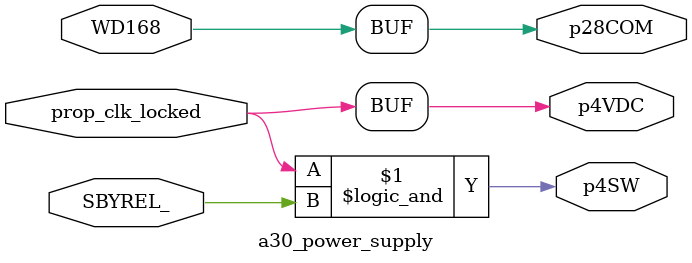
<source format=v>
`timescale 1ns / 1ps


module a30_power_supply(
    input wire WD168,   // Main bus B 28 volts
    
    //input wire WD169,   // Other 28 volt input, not used
    //input wire n28DCR,  // Other 28 volt input, not used
    
    //input wire BPLUS,   // Input from 14 volt power supply, used to switch relay from p4VSW
    
    //input wire CNTRL1,  // Test equipment input for simulating power failure
    //input wire SYNC4_,  // Sync signal for voltage reference
    input wire SBYREL_, // Standy signal
    input wire prop_clk_locked,
    
    output wire p28COM,
    output wire p4VDC,
    output wire p4SW
    );
    
    // Only start 4V power supply when the prop_clk is running fine, otherwise shit happens
    assign p4VDC = prop_clk_locked;
    assign p4SW = (p4VDC && SBYREL_);
    assign p28COM = WD168;
    
endmodule




</source>
